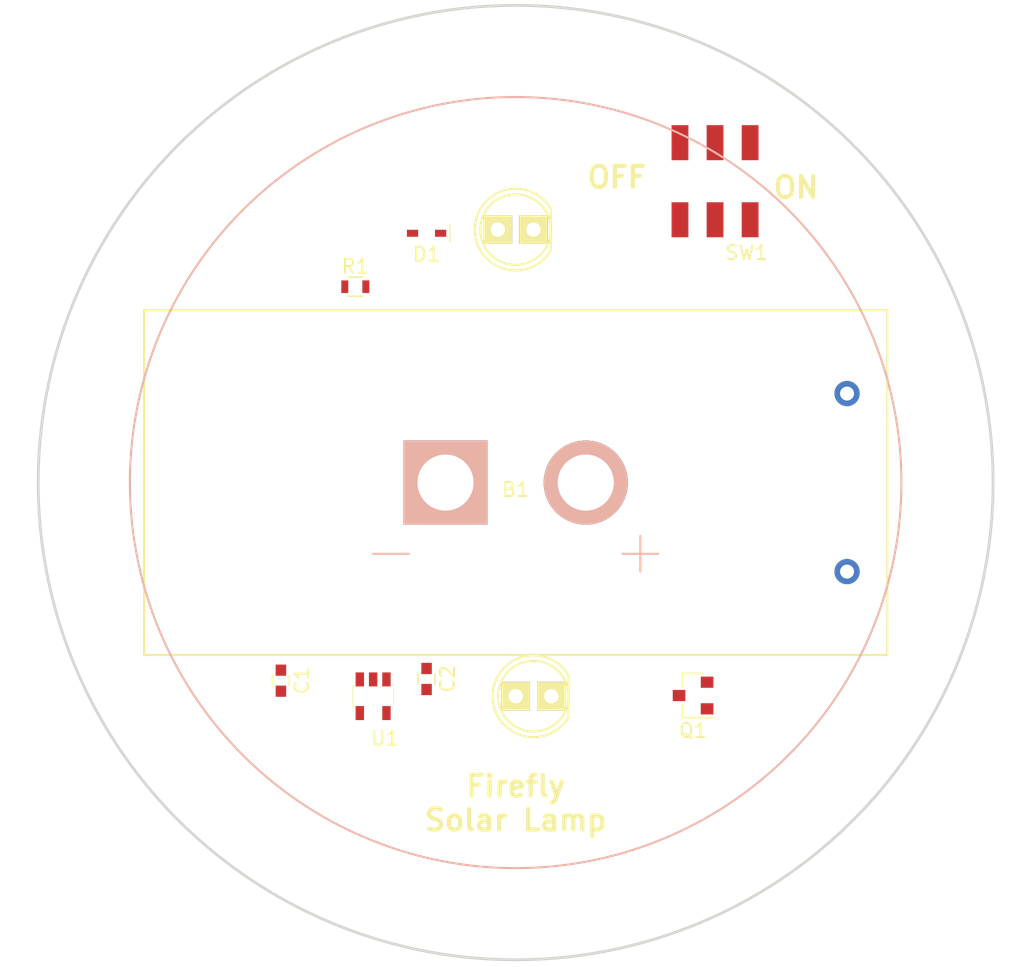
<source format=kicad_pcb>
(kicad_pcb (version 4) (host pcbnew 4.0.6)

  (general
    (links 22)
    (no_connects 22)
    (area 92.863999 92.863999 161.136001 161.136001)
    (thickness 1.6)
    (drawings 5)
    (tracks 0)
    (zones 0)
    (modules 11)
    (nets 9)
  )

  (page A4)
  (layers
    (0 F.Cu signal)
    (31 B.Cu signal)
    (32 B.Adhes user)
    (33 F.Adhes user)
    (34 B.Paste user)
    (35 F.Paste user)
    (36 B.SilkS user)
    (37 F.SilkS user)
    (38 B.Mask user)
    (39 F.Mask user)
    (40 Dwgs.User user)
    (41 Cmts.User user)
    (42 Eco1.User user)
    (43 Eco2.User user)
    (44 Edge.Cuts user)
    (45 Margin user)
    (46 B.CrtYd user)
    (47 F.CrtYd user)
    (48 B.Fab user)
    (49 F.Fab user)
  )

  (setup
    (last_trace_width 0.35)
    (trace_clearance 0.25)
    (zone_clearance 0.508)
    (zone_45_only no)
    (trace_min 0.2)
    (segment_width 0.2)
    (edge_width 0.2)
    (via_size 0.6)
    (via_drill 0.4)
    (via_min_size 0.4)
    (via_min_drill 0.3)
    (uvia_size 0.3)
    (uvia_drill 0.1)
    (uvias_allowed no)
    (uvia_min_size 0)
    (uvia_min_drill 0)
    (pcb_text_width 0.3)
    (pcb_text_size 1.5 1.5)
    (mod_edge_width 0.15)
    (mod_text_size 1 1)
    (mod_text_width 0.15)
    (pad_size 1.524 1.524)
    (pad_drill 0.889)
    (pad_to_mask_clearance 0.2)
    (aux_axis_origin 0 0)
    (grid_origin 15.24 195.58)
    (visible_elements 7FFEFF7F)
    (pcbplotparams
      (layerselection 0x010f0_80000001)
      (usegerberextensions true)
      (excludeedgelayer true)
      (linewidth 0.100000)
      (plotframeref false)
      (viasonmask false)
      (mode 1)
      (useauxorigin false)
      (hpglpennumber 1)
      (hpglpenspeed 20)
      (hpglpendiameter 15)
      (hpglpenoverlay 2)
      (psnegative false)
      (psa4output false)
      (plotreference false)
      (plotvalue false)
      (plotinvisibletext false)
      (padsonsilk true)
      (subtractmaskfromsilk true)
      (outputformat 1)
      (mirror false)
      (drillshape 0)
      (scaleselection 1)
      (outputdirectory gerbers/))
  )

  (net 0 "")
  (net 1 GND)
  (net 2 "Net-(C1-Pad1)")
  (net 3 "Net-(C2-Pad1)")
  (net 4 "Net-(B1-Pad1)")
  (net 5 "Net-(D1-Pad2)")
  (net 6 "Net-(Q1-Pad2)")
  (net 7 "Net-(SW1-Pad3)")
  (net 8 "Net-(U1-Pad4)")

  (net_class Default "This is the default net class."
    (clearance 0.25)
    (trace_width 0.35)
    (via_dia 0.6)
    (via_drill 0.4)
    (uvia_dia 0.3)
    (uvia_drill 0.1)
    (add_net GND)
    (add_net "Net-(B1-Pad1)")
    (add_net "Net-(C1-Pad1)")
    (add_net "Net-(C2-Pad1)")
    (add_net "Net-(D1-Pad2)")
    (add_net "Net-(Q1-Pad2)")
    (add_net "Net-(SW1-Pad3)")
    (add_net "Net-(U1-Pad4)")
  )

  (module solarlamp:Battery_Holder_Keystone_2468 (layer F.Cu) (tedit 58CD04D0) (tstamp 58CD08EF)
    (at 127 127)
    (path /565B9484)
    (fp_text reference B1 (at 0 0.5) (layer F.SilkS)
      (effects (font (size 1 1) (thickness 0.15)))
    )
    (fp_text value 2x_AAA_battery (at 0 -0.5) (layer F.Fab) hide
      (effects (font (size 1 1) (thickness 0.15)))
    )
    (fp_line (start -26.49 -12.295) (end -26.49 12.295) (layer F.SilkS) (width 0.15))
    (fp_line (start 26.49 -12.295) (end 26.49 12.295) (layer F.SilkS) (width 0.15))
    (fp_line (start -26.49 12.295) (end 26.49 12.295) (layer F.SilkS) (width 0.15))
    (fp_line (start -26.49 -12.295) (end 26.49 -12.295) (layer F.SilkS) (width 0.15))
    (pad 2 thru_hole circle (at 23.625 -6.35) (size 1.8 1.8) (drill 1) (layers *.Cu)
      (net 1 GND))
    (pad "" np_thru_hole circle (at -14.985 -2.35) (size 3.45 3.45) (drill 3.45) (layers *.Cu *.Mask))
    (pad "" np_thru_hole circle (at 14.985 2.35) (size 3.45 3.45) (drill 3.45) (layers *.Cu *.Mask))
    (pad 1 thru_hole circle (at 23.625 6.35) (size 1.8 1.8) (drill 1) (layers *.Cu)
      (net 4 "Net-(B1-Pad1)"))
  )

  (module Capacitors_SMD:C_0603 (layer F.Cu) (tedit 58AA844E) (tstamp 58CD08FA)
    (at 110.265 141.13 270)
    (descr "Capacitor SMD 0603, reflow soldering, AVX (see smccp.pdf)")
    (tags "capacitor 0603")
    (path /58CBEEF9)
    (attr smd)
    (fp_text reference C1 (at 0 -1.5 270) (layer F.SilkS)
      (effects (font (size 1 1) (thickness 0.15)))
    )
    (fp_text value 1µ (at 0 1.5 270) (layer F.Fab)
      (effects (font (size 1 1) (thickness 0.15)))
    )
    (fp_text user %R (at 0 -1.5 270) (layer F.Fab)
      (effects (font (size 1 1) (thickness 0.15)))
    )
    (fp_line (start -0.8 0.4) (end -0.8 -0.4) (layer F.Fab) (width 0.1))
    (fp_line (start 0.8 0.4) (end -0.8 0.4) (layer F.Fab) (width 0.1))
    (fp_line (start 0.8 -0.4) (end 0.8 0.4) (layer F.Fab) (width 0.1))
    (fp_line (start -0.8 -0.4) (end 0.8 -0.4) (layer F.Fab) (width 0.1))
    (fp_line (start -0.35 -0.6) (end 0.35 -0.6) (layer F.SilkS) (width 0.12))
    (fp_line (start 0.35 0.6) (end -0.35 0.6) (layer F.SilkS) (width 0.12))
    (fp_line (start -1.4 -0.65) (end 1.4 -0.65) (layer F.CrtYd) (width 0.05))
    (fp_line (start -1.4 -0.65) (end -1.4 0.65) (layer F.CrtYd) (width 0.05))
    (fp_line (start 1.4 0.65) (end 1.4 -0.65) (layer F.CrtYd) (width 0.05))
    (fp_line (start 1.4 0.65) (end -1.4 0.65) (layer F.CrtYd) (width 0.05))
    (pad 1 smd rect (at -0.75 0 270) (size 0.8 0.75) (layers F.Cu F.Paste F.Mask)
      (net 2 "Net-(C1-Pad1)"))
    (pad 2 smd rect (at 0.75 0 270) (size 0.8 0.75) (layers F.Cu F.Paste F.Mask)
      (net 1 GND))
    (model Capacitors_SMD.3dshapes/C_0603.wrl
      (at (xyz 0 0 0))
      (scale (xyz 1 1 1))
      (rotate (xyz 0 0 0))
    )
  )

  (module Capacitors_SMD:C_0603 (layer F.Cu) (tedit 58AA844E) (tstamp 58CD08FF)
    (at 120.65 141.01 270)
    (descr "Capacitor SMD 0603, reflow soldering, AVX (see smccp.pdf)")
    (tags "capacitor 0603")
    (path /58BC0E6D)
    (attr smd)
    (fp_text reference C2 (at 0 -1.5 270) (layer F.SilkS)
      (effects (font (size 1 1) (thickness 0.15)))
    )
    (fp_text value 1µ (at 0 1.5 270) (layer F.Fab)
      (effects (font (size 1 1) (thickness 0.15)))
    )
    (fp_text user %R (at 0 -1.5 270) (layer F.Fab)
      (effects (font (size 1 1) (thickness 0.15)))
    )
    (fp_line (start -0.8 0.4) (end -0.8 -0.4) (layer F.Fab) (width 0.1))
    (fp_line (start 0.8 0.4) (end -0.8 0.4) (layer F.Fab) (width 0.1))
    (fp_line (start 0.8 -0.4) (end 0.8 0.4) (layer F.Fab) (width 0.1))
    (fp_line (start -0.8 -0.4) (end 0.8 -0.4) (layer F.Fab) (width 0.1))
    (fp_line (start -0.35 -0.6) (end 0.35 -0.6) (layer F.SilkS) (width 0.12))
    (fp_line (start 0.35 0.6) (end -0.35 0.6) (layer F.SilkS) (width 0.12))
    (fp_line (start -1.4 -0.65) (end 1.4 -0.65) (layer F.CrtYd) (width 0.05))
    (fp_line (start -1.4 -0.65) (end -1.4 0.65) (layer F.CrtYd) (width 0.05))
    (fp_line (start 1.4 0.65) (end 1.4 -0.65) (layer F.CrtYd) (width 0.05))
    (fp_line (start 1.4 0.65) (end -1.4 0.65) (layer F.CrtYd) (width 0.05))
    (pad 1 smd rect (at -0.75 0 270) (size 0.8 0.75) (layers F.Cu F.Paste F.Mask)
      (net 3 "Net-(C2-Pad1)"))
    (pad 2 smd rect (at 0.75 0 270) (size 0.8 0.75) (layers F.Cu F.Paste F.Mask)
      (net 1 GND))
    (model Capacitors_SMD.3dshapes/C_0603.wrl
      (at (xyz 0 0 0))
      (scale (xyz 1 1 1))
      (rotate (xyz 0 0 0))
    )
  )

  (module solarlamp:SOD-523F (layer F.Cu) (tedit 58C69B48) (tstamp 58CD0904)
    (at 120.65 109.21746 180)
    (descr "http://www.diodes.com/datasheets/ap02001.pdf p.144")
    (tags "Diode SOD523")
    (path /58BC2365)
    (attr smd)
    (fp_text reference D1 (at 0 -1.5 180) (layer F.SilkS)
      (effects (font (size 1 1) (thickness 0.15)))
    )
    (fp_text value D (at 0 1.7 180) (layer F.Fab) hide
      (effects (font (size 1 1) (thickness 0.15)))
    )
    (fp_line (start -1.65 -0.6) (end -1.65 0.6) (layer F.SilkS) (width 0.12))
    (fp_line (start 1.55 -0.6) (end 1.55 0.6) (layer F.CrtYd) (width 0.05))
    (fp_line (start -1.55 -0.6) (end 1.55 -0.6) (layer F.CrtYd) (width 0.05))
    (fp_line (start -1.55 0.6) (end -1.55 -0.6) (layer F.CrtYd) (width 0.05))
    (fp_line (start 1.55 0.6) (end -1.55 0.6) (layer F.CrtYd) (width 0.05))
    (fp_line (start 0.1 0) (end 0.25 0) (layer F.Fab) (width 0.1))
    (fp_line (start 0.1 -0.2) (end -0.2 0) (layer F.Fab) (width 0.1))
    (fp_line (start 0.1 0.2) (end 0.1 -0.2) (layer F.Fab) (width 0.1))
    (fp_line (start -0.2 0) (end 0.1 0.2) (layer F.Fab) (width 0.1))
    (fp_line (start -0.2 0) (end -0.35 0) (layer F.Fab) (width 0.1))
    (fp_line (start -0.2 0.2) (end -0.2 -0.2) (layer F.Fab) (width 0.1))
    (fp_line (start 0.65 -0.45) (end 0.65 0.45) (layer F.Fab) (width 0.1))
    (fp_line (start -0.65 -0.45) (end 0.65 -0.45) (layer F.Fab) (width 0.1))
    (fp_line (start -0.65 0.45) (end -0.65 -0.45) (layer F.Fab) (width 0.1))
    (fp_line (start 0.65 0.45) (end -0.65 0.45) (layer F.Fab) (width 0.1))
    (pad 2 smd rect (at 1 0) (size 0.8 0.5) (layers F.Cu F.Paste F.Mask)
      (net 5 "Net-(D1-Pad2)"))
    (pad 1 smd rect (at -1 0) (size 0.8 0.5) (layers F.Cu F.Paste F.Mask)
      (net 4 "Net-(B1-Pad1)"))
  )

  (module TO_SOT_Packages_SMD:SOT-23 (layer F.Cu) (tedit 5883B105) (tstamp 58CD092E)
    (at 139.6492 142.1892 180)
    (descr "SOT-23, Standard")
    (tags SOT-23)
    (path /58BC2E16)
    (attr smd)
    (fp_text reference Q1 (at 0 -2.5 180) (layer F.SilkS)
      (effects (font (size 1 1) (thickness 0.15)))
    )
    (fp_text value BSS84PH6327XTSA2 (at 0 2.5 180) (layer F.Fab)
      (effects (font (size 1 1) (thickness 0.15)))
    )
    (fp_line (start -0.7 -0.95) (end -0.7 1.5) (layer F.Fab) (width 0.1))
    (fp_line (start -0.15 -1.52) (end 0.7 -1.52) (layer F.Fab) (width 0.1))
    (fp_line (start -0.7 -0.95) (end -0.15 -1.52) (layer F.Fab) (width 0.1))
    (fp_line (start 0.7 -1.52) (end 0.7 1.52) (layer F.Fab) (width 0.1))
    (fp_line (start -0.7 1.52) (end 0.7 1.52) (layer F.Fab) (width 0.1))
    (fp_line (start 0.76 1.58) (end 0.76 0.65) (layer F.SilkS) (width 0.12))
    (fp_line (start 0.76 -1.58) (end 0.76 -0.65) (layer F.SilkS) (width 0.12))
    (fp_line (start -1.7 -1.75) (end 1.7 -1.75) (layer F.CrtYd) (width 0.05))
    (fp_line (start 1.7 -1.75) (end 1.7 1.75) (layer F.CrtYd) (width 0.05))
    (fp_line (start 1.7 1.75) (end -1.7 1.75) (layer F.CrtYd) (width 0.05))
    (fp_line (start -1.7 1.75) (end -1.7 -1.75) (layer F.CrtYd) (width 0.05))
    (fp_line (start 0.76 -1.58) (end -1.4 -1.58) (layer F.SilkS) (width 0.12))
    (fp_line (start 0.76 1.58) (end -0.7 1.58) (layer F.SilkS) (width 0.12))
    (pad 1 smd rect (at -1 -0.95 180) (size 0.9 0.8) (layers F.Cu F.Paste F.Mask)
      (net 5 "Net-(D1-Pad2)"))
    (pad 2 smd rect (at -1 0.95 180) (size 0.9 0.8) (layers F.Cu F.Paste F.Mask)
      (net 6 "Net-(Q1-Pad2)"))
    (pad 3 smd rect (at 1 0 180) (size 0.9 0.8) (layers F.Cu F.Paste F.Mask)
      (net 2 "Net-(C1-Pad1)"))
    (model TO_SOT_Packages_SMD.3dshapes/SOT-23.wrl
      (at (xyz 0 0 0))
      (scale (xyz 1 1 1))
      (rotate (xyz 0 0 90))
    )
  )

  (module Resistors_SMD:R_0603 (layer F.Cu) (tedit 58AAD9CA) (tstamp 58CD0934)
    (at 115.57 113.03)
    (descr "Resistor SMD 0603, reflow soldering, Vishay (see dcrcw.pdf)")
    (tags "resistor 0603")
    (path /58BC276B)
    (attr smd)
    (fp_text reference R1 (at 0 -1.45) (layer F.SilkS)
      (effects (font (size 1 1) (thickness 0.15)))
    )
    (fp_text value 1M (at 0 1.5) (layer F.Fab)
      (effects (font (size 1 1) (thickness 0.15)))
    )
    (fp_text user %R (at 0 -1.45) (layer F.Fab)
      (effects (font (size 1 1) (thickness 0.15)))
    )
    (fp_line (start -0.8 0.4) (end -0.8 -0.4) (layer F.Fab) (width 0.1))
    (fp_line (start 0.8 0.4) (end -0.8 0.4) (layer F.Fab) (width 0.1))
    (fp_line (start 0.8 -0.4) (end 0.8 0.4) (layer F.Fab) (width 0.1))
    (fp_line (start -0.8 -0.4) (end 0.8 -0.4) (layer F.Fab) (width 0.1))
    (fp_line (start 0.5 0.68) (end -0.5 0.68) (layer F.SilkS) (width 0.12))
    (fp_line (start -0.5 -0.68) (end 0.5 -0.68) (layer F.SilkS) (width 0.12))
    (fp_line (start -1.25 -0.7) (end 1.25 -0.7) (layer F.CrtYd) (width 0.05))
    (fp_line (start -1.25 -0.7) (end -1.25 0.7) (layer F.CrtYd) (width 0.05))
    (fp_line (start 1.25 0.7) (end 1.25 -0.7) (layer F.CrtYd) (width 0.05))
    (fp_line (start 1.25 0.7) (end -1.25 0.7) (layer F.CrtYd) (width 0.05))
    (pad 1 smd rect (at -0.75 0) (size 0.5 0.9) (layers F.Cu F.Paste F.Mask)
      (net 5 "Net-(D1-Pad2)"))
    (pad 2 smd rect (at 0.75 0) (size 0.5 0.9) (layers F.Cu F.Paste F.Mask)
      (net 1 GND))
    (model Resistors_SMD.3dshapes/R_0603.wrl
      (at (xyz 0 0 0))
      (scale (xyz 1 1 1))
      (rotate (xyz 0 0 0))
    )
  )

  (module solarlamp:Adafruit_round_solar_panel (layer B.Cu) (tedit 585D19C8) (tstamp 58CD0942)
    (at 127 127)
    (path /58BC6004)
    (fp_text reference SC1 (at 0 8.89) (layer B.SilkS) hide
      (effects (font (size 1 1) (thickness 0.15)) (justify mirror))
    )
    (fp_text value Solar_Cell (at 0 -7.62) (layer B.Fab) hide
      (effects (font (size 1 1) (thickness 0.15)) (justify mirror))
    )
    (fp_line (start -10.16 5.08) (end -7.62 5.08) (layer B.SilkS) (width 0.15))
    (fp_line (start 8.89 6.35) (end 8.89 3.81) (layer B.SilkS) (width 0.15))
    (fp_line (start 7.62 5.08) (end 10.16 5.08) (layer B.SilkS) (width 0.15))
    (fp_circle (center 0 0) (end 27.5 0) (layer B.SilkS) (width 0.15))
    (pad 1 thru_hole circle (at 5 0) (size 6 6) (drill 4) (layers *.Cu *.Mask B.SilkS)
      (net 5 "Net-(D1-Pad2)"))
    (pad 2 thru_hole rect (at -5 0) (size 6 6) (drill 4) (layers *.Cu *.Mask B.SilkS)
      (net 1 GND))
  )

  (module solarlamp:DPDT_SMT (layer F.Cu) (tedit 58CD0566) (tstamp 58CD0943)
    (at 141.215 105.505 180)
    (path /58CBE4CD)
    (fp_text reference SW1 (at -2.25 -5.1 180) (layer F.SilkS)
      (effects (font (size 1 1) (thickness 0.15)))
    )
    (fp_text value Switch_SPDT (at 0 5.4 180) (layer F.Fab) hide
      (effects (font (size 1 1) (thickness 0.15)))
    )
    (pad 1 smd trapezoid (at -2.5 2.75 180) (size 1.2 2.5) (layers F.Cu F.Paste F.Mask)
      (net 6 "Net-(Q1-Pad2)"))
    (pad 2 smd trapezoid (at 0 2.75 180) (size 1.2 2.5) (layers F.Cu F.Paste F.Mask)
      (net 4 "Net-(B1-Pad1)"))
    (pad 3 smd trapezoid (at 2.5 2.75 180) (size 1.2 2.5) (layers F.Cu F.Paste F.Mask)
      (net 7 "Net-(SW1-Pad3)"))
    (pad 3 smd trapezoid (at 2.5 -2.75 180) (size 1.2 2.5) (layers F.Cu F.Paste F.Mask)
      (net 7 "Net-(SW1-Pad3)"))
    (pad 2 smd trapezoid (at 0 -2.75 180) (size 1.2 2.5) (layers F.Cu F.Paste F.Mask)
      (net 4 "Net-(B1-Pad1)"))
    (pad 1 smd trapezoid (at -2.5 -2.75 180) (size 1.2 2.5) (layers F.Cu F.Paste F.Mask)
      (net 6 "Net-(Q1-Pad2)"))
  )

  (module solarlamp:SSOP5 (layer F.Cu) (tedit 58CBE8EB) (tstamp 58CD094C)
    (at 116.84 142.24 180)
    (path /58BC017C)
    (fp_text reference U1 (at -0.85 -3 180) (layer F.SilkS)
      (effects (font (size 1 1) (thickness 0.15)))
    )
    (fp_text value BU21TD3WG (at 0 3 180) (layer F.Fab) hide
      (effects (font (size 1 1) (thickness 0.15)))
    )
    (fp_line (start 1.45 -0.8) (end 1.45 0.8) (layer F.SilkS) (width 0.05))
    (fp_line (start -1.45 -0.8) (end -1.45 0.8) (layer F.SilkS) (width 0.05))
    (pad 1 smd rect (at -0.95 1.2 180) (size 0.6 1) (layers F.Cu F.Paste F.Mask)
      (net 2 "Net-(C1-Pad1)"))
    (pad 2 smd rect (at 0 1.2 180) (size 0.6 1) (layers F.Cu F.Paste F.Mask)
      (net 1 GND))
    (pad 3 smd rect (at 0.95 1.2 180) (size 0.6 1) (layers F.Cu F.Paste F.Mask)
      (net 2 "Net-(C1-Pad1)"))
    (pad 4 smd rect (at 0.95 -1.2 180) (size 0.6 1) (layers F.Cu F.Paste F.Mask)
      (net 8 "Net-(U1-Pad4)"))
    (pad 5 smd rect (at -0.95 -1.2 180) (size 0.6 1) (layers F.Cu F.Paste F.Mask)
      (net 3 "Net-(C2-Pad1)"))
  )

  (module solarlamp:LED-5MM (layer F.Cu) (tedit 578CCEDA) (tstamp 58CD0923)
    (at 127 108.955 180)
    (descr "LED 5mm round vertical")
    (tags "LED 5mm round vertical")
    (path /58BC163C)
    (fp_text reference D3 (at 0.254 4.064 180) (layer F.SilkS) hide
      (effects (font (size 1 1) (thickness 0.15)))
    )
    (fp_text value LED (at 0.254 -3.937 180) (layer F.Fab) hide
      (effects (font (size 1 1) (thickness 0.15)))
    )
    (fp_line (start -2.77 -1.55) (end -2.77 1.55) (layer F.CrtYd) (width 0.05))
    (fp_arc (start 0.03 0) (end -2.77 1.55) (angle -302) (layer F.CrtYd) (width 0.05))
    (fp_arc (start 0 0) (end -2.5 -1.5) (angle 297.5) (layer F.SilkS) (width 0.15))
    (fp_line (start -2.5 1.5) (end -2.5 -1.5) (layer F.SilkS) (width 0.15))
    (fp_circle (center 0 0) (end -0.3 -2.5) (layer F.SilkS) (width 0.15))
    (fp_text user K (at -3.175 1.905 180) (layer F.SilkS) hide
      (effects (font (size 1 1) (thickness 0.15)))
    )
    (pad 1 thru_hole rect (at -1.27 0 270) (size 2.032 2.032) (drill 1.016) (layers *.Cu *.Mask F.SilkS)
      (net 1 GND))
    (pad 2 thru_hole rect (at 1.27 0 180) (size 2.032 2.032) (drill 1.016) (layers *.Cu *.Mask F.SilkS)
      (net 3 "Net-(C2-Pad1)"))
    (model LEDs.3dshapes/LED-5MM.wrl
      (at (xyz 0.05 0 0))
      (scale (xyz 1 1 1))
      (rotate (xyz 0 0 90))
    )
  )

  (module solarlamp:LED-5MM (layer F.Cu) (tedit 578CCEDA) (tstamp 58CD0918)
    (at 128.27 142.24 180)
    (descr "LED 5mm round vertical")
    (tags "LED 5mm round vertical")
    (path /58BC15D7)
    (fp_text reference D2 (at 0.254 4.064 180) (layer F.SilkS) hide
      (effects (font (size 1 1) (thickness 0.15)))
    )
    (fp_text value LED (at 0.254 -3.937 180) (layer F.Fab) hide
      (effects (font (size 1 1) (thickness 0.15)))
    )
    (fp_line (start -2.77 -1.55) (end -2.77 1.55) (layer F.CrtYd) (width 0.05))
    (fp_arc (start 0.03 0) (end -2.77 1.55) (angle -302) (layer F.CrtYd) (width 0.05))
    (fp_arc (start 0 0) (end -2.5 -1.5) (angle 297.5) (layer F.SilkS) (width 0.15))
    (fp_line (start -2.5 1.5) (end -2.5 -1.5) (layer F.SilkS) (width 0.15))
    (fp_circle (center 0 0) (end -0.3 -2.5) (layer F.SilkS) (width 0.15))
    (fp_text user K (at -3.175 1.905 180) (layer F.SilkS) hide
      (effects (font (size 1 1) (thickness 0.15)))
    )
    (pad 1 thru_hole rect (at -1.27 0 270) (size 2.032 2.032) (drill 1.016) (layers *.Cu *.Mask F.SilkS)
      (net 1 GND))
    (pad 2 thru_hole rect (at 1.27 0 180) (size 2.032 2.032) (drill 1.016) (layers *.Cu *.Mask F.SilkS)
      (net 3 "Net-(C2-Pad1)"))
    (model LEDs.3dshapes/LED-5MM.wrl
      (at (xyz 0.05 0 0))
      (scale (xyz 1 1 1))
      (rotate (xyz 0 0 90))
    )
  )

  (gr_text "Firefly\nSolar Lamp" (at 127 149.86) (layer F.SilkS)
    (effects (font (size 1.5 1.5) (thickness 0.3)))
  )
  (gr_arc (start 127 127) (end 92.964 127) (angle 180) (layer Edge.Cuts) (width 0.2))
  (gr_arc (start 127 127) (end 161.036 127) (angle 180) (layer Edge.Cuts) (width 0.2))
  (gr_text OFF (at 134.215 105.23) (layer F.SilkS)
    (effects (font (size 1.5 1.5) (thickness 0.3)))
  )
  (gr_text ON (at 146.99 105.955) (layer F.SilkS)
    (effects (font (size 1.5 1.5) (thickness 0.3)))
  )

  (zone (net 1) (net_name GND) (layer F.Cu) (tstamp 578CC136) (hatch edge 0.508)
    (connect_pads thru_hole_only (clearance 0.508))
    (min_thickness 0.254)
    (fill (arc_segments 32) (thermal_gap 0.508) (thermal_bridge_width 0.508) (smoothing fillet))
    (polygon
      (pts
        (xy 163.24 161.58) (xy 90.24 161.58) (xy 90.24 92.58) (xy 163.24 92.58)
      )
    )
  )
  (zone (net 1) (net_name GND) (layer B.Cu) (tstamp 578CC136) (hatch edge 0.508)
    (connect_pads thru_hole_only (clearance 0.508))
    (min_thickness 0.254)
    (fill (arc_segments 32) (thermal_gap 0.508) (thermal_bridge_width 0.508) (smoothing fillet))
    (polygon
      (pts
        (xy 163.24 161.58) (xy 90.24 161.58) (xy 90.24 92.58) (xy 163.24 92.58)
      )
    )
  )
)

</source>
